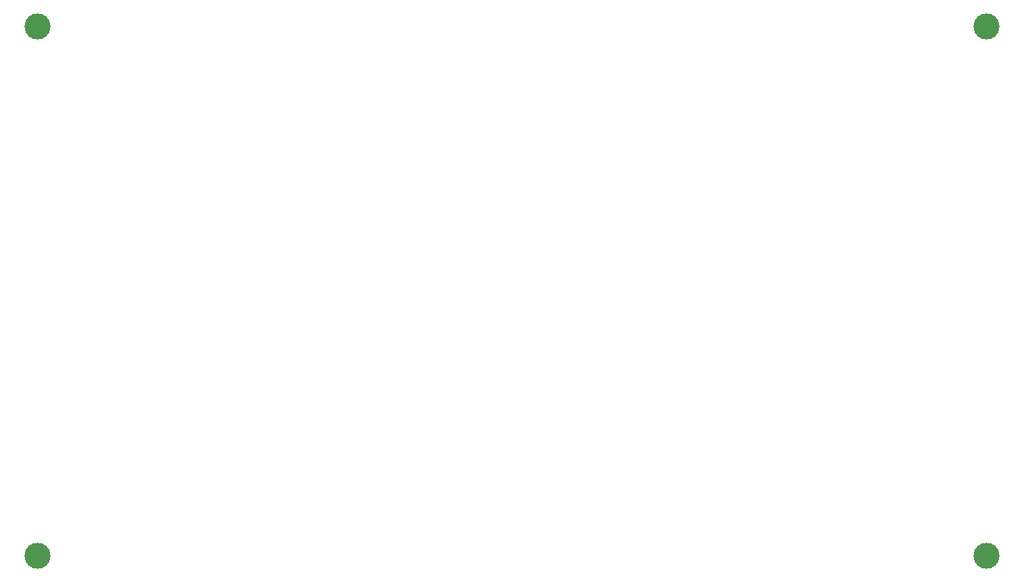
<source format=gbr>
%TF.GenerationSoftware,KiCad,Pcbnew,(5.1.2)-1*%
%TF.CreationDate,2019-05-09T00:23:41+02:00*%
%TF.ProjectId,main,6d61696e-2e6b-4696-9361-645f70636258,rev?*%
%TF.SameCoordinates,Original*%
%TF.FileFunction,NonPlated,1,2,NPTH,Drill*%
%TF.FilePolarity,Positive*%
%FSLAX46Y46*%
G04 Gerber Fmt 4.6, Leading zero omitted, Abs format (unit mm)*
G04 Created by KiCad (PCBNEW (5.1.2)-1) date 2019-05-09 00:23:41*
%MOMM*%
%LPD*%
G04 APERTURE LIST*
%TA.AperFunction,ComponentDrill*%
%ADD10C,3.000000*%
%TD*%
G04 APERTURE END LIST*
D10*
%TO.C,H3*%
X259080000Y-45720000D03*
%TO.C,H2*%
X149860000Y-106680000D03*
%TO.C,H4*%
X259080000Y-106680000D03*
%TO.C,H1*%
X149860000Y-45720000D03*
M02*

</source>
